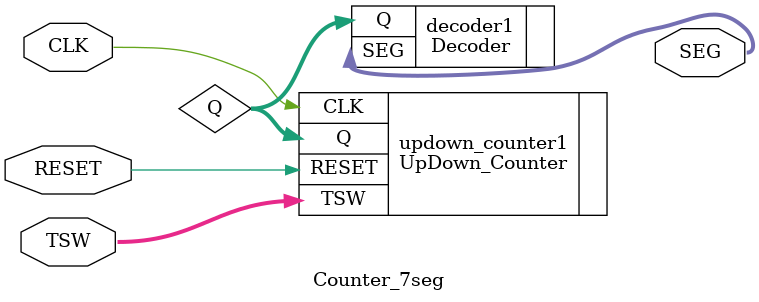
<source format=v>
module Counter_7seg(CLK, RESET, TSW, SEG);

	input CLK, RESET;
	input [1:0] TSW;
	output [7:0] SEG;
	
	wire [3:0] Q;
	
	UpDown_Counter updown_counter1(.CLK(CLK), .RESET(RESET), .TSW(TSW), .Q(Q));
	Decoder decoder1(.Q(Q), .SEG(SEG));
	
endmodule

</source>
